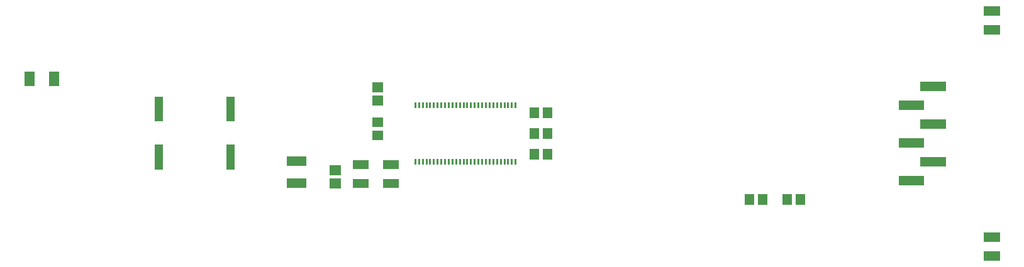
<source format=gbr>
G04 start of page 10 for group -4015 idx -4015 *
G04 Title: (unknown), toppaste *
G04 Creator: pcb 20140316 *
G04 CreationDate: Mon 29 Jan 2018 01:09:38 AM GMT UTC *
G04 For: railfan *
G04 Format: Gerber/RS-274X *
G04 PCB-Dimensions (mil): 5500.00 1700.00 *
G04 PCB-Coordinate-Origin: lower left *
%MOIN*%
%FSLAX25Y25*%
%LNTOPPASTE*%
%ADD85R,0.0550X0.0550*%
%ADD84R,0.0500X0.0500*%
%ADD83R,0.0100X0.0100*%
%ADD82R,0.0430X0.0430*%
%ADD81R,0.0512X0.0512*%
%ADD80R,0.0490X0.0490*%
G54D80*X197700Y68500D02*X201300D01*
X197700Y58500D02*X201300D01*
G54D81*X185607Y65543D02*X186393D01*
X185607Y58457D02*X186393D01*
X208107Y102457D02*X208893D01*
X208107Y109543D02*X208893D01*
G54D80*X213700Y68500D02*X217300D01*
X213700Y58500D02*X217300D01*
X532200Y30000D02*X535800D01*
X532200Y20000D02*X535800D01*
G54D82*X130500Y102500D02*Y93500D01*
Y77000D02*Y67900D01*
G54D81*X162745Y70405D02*X168255D01*
X162745Y58595D02*X168255D01*
G54D80*X532200Y140000D02*X535800D01*
X532200Y150000D02*X535800D01*
G54D81*X291457Y96393D02*Y95607D01*
X298543Y96393D02*Y95607D01*
X291457Y85393D02*Y84607D01*
X298543Y85393D02*Y84607D01*
G54D83*X228426Y70940D02*Y69140D01*
X230394Y70940D02*Y69140D01*
X232363Y70940D02*Y69140D01*
X234331Y70940D02*Y69140D01*
X236300Y70940D02*Y69140D01*
X238268Y70940D02*Y69140D01*
X240237Y70940D02*Y69140D01*
X242205Y70940D02*Y69140D01*
X244174Y70940D02*Y69140D01*
X246142Y70940D02*Y69140D01*
X248111Y70940D02*Y69140D01*
X250079Y70940D02*Y69140D01*
X252048Y70940D02*Y69140D01*
X254016Y70940D02*Y69140D01*
X255984Y70940D02*Y69140D01*
X257952Y70940D02*Y69140D01*
X259921Y70940D02*Y69140D01*
X261889Y70940D02*Y69140D01*
X263858Y70940D02*Y69140D01*
X265826Y70940D02*Y69140D01*
X267795Y70940D02*Y69140D01*
X269763Y70940D02*Y69140D01*
X271732Y70940D02*Y69140D01*
X273700Y70940D02*Y69140D01*
X275669Y70940D02*Y69140D01*
X277637Y70940D02*Y69140D01*
X279606Y70940D02*Y69140D01*
X281574Y70940D02*Y69140D01*
Y100860D02*Y99060D01*
X279606Y100860D02*Y99060D01*
X277637Y100860D02*Y99060D01*
X275669Y100860D02*Y99060D01*
X273700Y100860D02*Y99060D01*
X271732Y100860D02*Y99060D01*
X269763Y100860D02*Y99060D01*
X267795Y100860D02*Y99060D01*
X265826Y100860D02*Y99060D01*
X263858Y100860D02*Y99060D01*
X261889Y100860D02*Y99060D01*
X259921Y100860D02*Y99060D01*
X257952Y100860D02*Y99060D01*
X255984Y100860D02*Y99060D01*
X254016Y100860D02*Y99060D01*
X252048Y100860D02*Y99060D01*
X250079Y100860D02*Y99060D01*
X248111Y100860D02*Y99060D01*
X246142Y100860D02*Y99060D01*
X244174Y100860D02*Y99060D01*
X242205Y100860D02*Y99060D01*
X240237Y100860D02*Y99060D01*
X238268Y100860D02*Y99060D01*
X236300Y100860D02*Y99060D01*
X234331Y100860D02*Y99060D01*
X232363Y100860D02*Y99060D01*
X230394Y100860D02*Y99060D01*
X228426Y100860D02*Y99060D01*
G54D81*X291457Y74393D02*Y73607D01*
X298543Y74393D02*Y73607D01*
X425457Y50393D02*Y49607D01*
X432543Y50393D02*Y49607D01*
G54D82*X92500Y102500D02*Y93500D01*
Y77000D02*Y67900D01*
G54D81*X208107Y83957D02*X208893D01*
X208107Y91043D02*X208893D01*
G54D84*X498500Y110000D02*X507000D01*
X487000Y100000D02*X495500D01*
X498500Y90000D02*X507000D01*
X487000Y80000D02*X495500D01*
X498500Y70000D02*X507000D01*
X487000Y60000D02*X495500D01*
G54D81*X412543Y50393D02*Y49607D01*
X405457Y50393D02*Y49607D01*
G54D85*X24000Y115000D02*Y113000D01*
X37000Y115000D02*Y113000D01*
M02*

</source>
